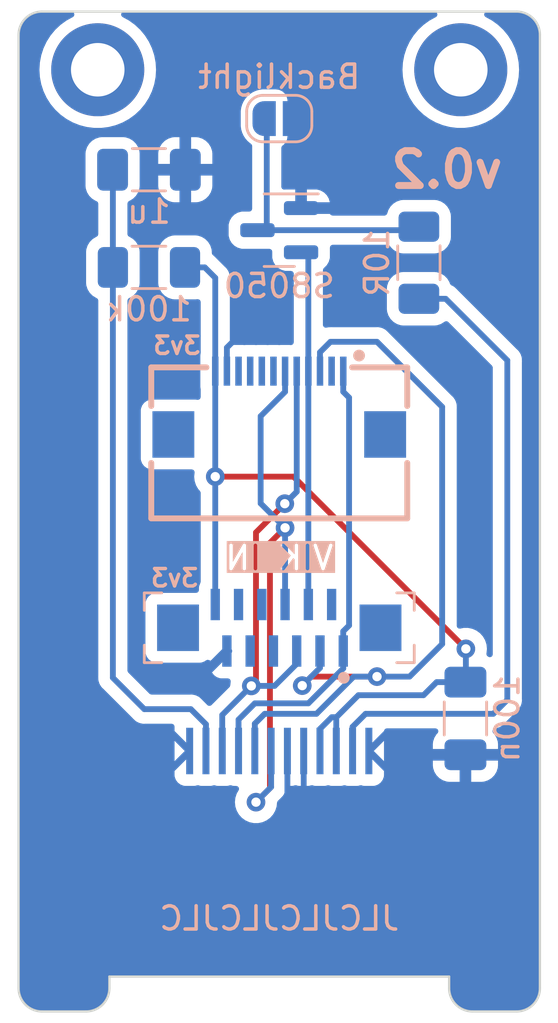
<source format=kicad_pcb>
(kicad_pcb (version 20221018) (generator pcbnew)
  (layers (0 "F.Cu" signal) (31 "B.Cu" signal) (34 "B.Paste" user) (35 "F.Paste" user) (36 "B.SilkS" user "B.Silkscreen") (37 "F.SilkS" user "F.Silkscreen") (38 "B.Mask" user) (39 "F.Mask" user) (44 "Edge.Cuts" user))
  (net 0 "")
  (net 1 "RESET")
  (net 2 "GND")
  (net 3 "+3.3V")
  (net 4 "SCLK")
  (net 6 "LEDK")
  (net 7 "DC")
  (net 8 "CS")
  (net 9 "MOSI")
  (net 10 "Net-(JP1-B)")
  (net 11 "BLK")
  (footprint "zzkeeb:Hole_M2-TH" (layer "F.Cu") (at 107.3 54.7)
    (fp_text reference "H2" hide)
    (fp_text value "MountingHole" hide)
    (pad "" thru_hole circle (at 0 0) (size 4 4) (drill 2.3) (layers "*.Cu" "*.Mask"))
  )
  (footprint "zzkeeb:Hole_M2-TH" (layer "F.Cu") (at 91.7 54.7)
    (fp_text reference "H1" hide)
    (fp_text value "MountingHole" hide)
    (pad "" thru_hole circle (at 0 0) (size 4 4) (drill 2.3) (layers "*.Cu" "*.Mask"))
  )
  (footprint "st7789:fpc-0.7mm-12pin" (layer "B.Cu") (at 99.5 84)
    (fp_text reference "J2" hide)
    (fp_text value "Conn_01x12_Pin" hide)
    (pad "1" smd rect (at 3.85 0) (size 0.3 2) (layers "B.Cu" "B.Paste" "B.Mask") (net 2 "GND"))
    (pad "2" smd rect (at 3.15 0) (size 0.3 2) (layers "B.Cu" "B.Paste" "B.Mask") (net 6 "LEDK"))
    (pad "3" smd rect (at 2.45 0) (size 0.3 2) (layers "B.Cu" "B.Paste" "B.Mask") (net 3 "+3.3V"))
    (pad "4" smd rect (at 1.75 0) (size 0.3 2) (layers "B.Cu" "B.Paste" "B.Mask") (net 3 "+3.3V"))
    (pad "5" smd rect (at 1.05 0) (size 0.3 2) (layers "B.Cu" "B.Paste" "B.Mask") (net 2 "GND"))
    (pad "6" smd rect (at 0.35 0) (size 0.3 2) (layers "B.Cu" "B.Paste" "B.Mask") (net 2 "GND"))
    (pad "7" smd rect (at -0.35 0) (size 0.3 2) (layers "B.Cu" "B.Paste" "B.Mask") (net 7 "DC"))
    (pad "8" smd rect (at -1.05 0) (size 0.3 2) (layers "B.Cu" "B.Paste" "B.Mask") (net 8 "CS"))
    (pad "9" smd rect (at -1.75 0) (size 0.3 2) (layers "B.Cu" "B.Paste" "B.Mask") (net 4 "SCLK"))
    (pad "10" smd rect (at -2.45 0) (size 0.3 2) (layers "B.Cu" "B.Paste" "B.Mask") (net 9 "MOSI"))
    (pad "11" smd rect (at -3.15 0) (size 0.3 2) (layers "B.Cu" "B.Paste" "B.Mask") (net 1 "RESET"))
    (pad "12" smd rect (at -3.85 0) (size 0.3 2) (layers "B.Cu" "B.Paste" "B.Mask") (net 2 "GND"))
  )
  (footprint "Capacitor_SMD:C_1206_3216Metric_Pad1.33x1.80mm_HandSolder" (layer "B.Cu") (at 93.9 59 180)
    (fp_text reference "C1" hide)
    (fp_text value "1u" (at 0 -1.8) (layer "B.SilkS") (effects (justify mirror)))
    (fp_line (start -0.711252 -0.91) (end 0.711252 -0.91) (stroke (width 0.12)) (layer "B.SilkS"))
    (fp_line (start -0.711252 0.91) (end 0.711252 0.91) (stroke (width 0.12)) (layer "B.SilkS"))
    (pad "1" smd roundrect (at -1.5625 0 180) (size 1.325 1.8) (layers "B.Cu" "B.Paste" "B.Mask") (roundrect_rratio 0.1886792453) (net 2 "GND"))
    (pad "2" smd roundrect (at 1.5625 0 180) (size 1.325 1.8) (layers "B.Cu" "B.Paste" "B.Mask") (roundrect_rratio 0.1886792453) (net 1 "RESET"))
  )
  (footprint "Resistor_SMD:R_1206_3216Metric_Pad1.30x1.75mm_HandSolder" (layer "B.Cu") (at 105.5 63 -90)
    (fp_text reference "R1" hide)
    (fp_text value "10R" (at 0 1.8 90) (layer "B.SilkS") (effects (justify mirror)))
    (fp_line (start -0.727064 -0.91) (end 0.727064 -0.91) (stroke (width 0.12)) (layer "B.SilkS"))
    (fp_line (start -0.727064 0.91) (end 0.727064 0.91) (stroke (width 0.12)) (layer "B.SilkS"))
    (pad "1" smd roundrect (at -1.55 0 270) (size 1.3 1.75) (layers "B.Cu" "B.Paste" "B.Mask") (roundrect_rratio 0.1923076923) (net 10 "Net-(JP1-B)"))
    (pad "2" smd roundrect (at 1.55 0 270) (size 1.3 1.75) (layers "B.Cu" "B.Paste" "B.Mask") (roundrect_rratio 0.1923076923) (net 6 "LEDK"))
  )
  (footprint "vik:vik-module-connector-horizontal" (layer "B.Cu") (at 99.5 69.7 180)
    (fp_text reference "J1" hide)
    (fp_text value "vik-module-connector" hide)
    (fp_text user "3v3" (at 3.3 2.7 unlocked) (layer "B.SilkS") (effects (font (size 0.75 0.75)) (justify left bottom mirror)))
    (fp_line (start -5.5 -4.295) (end -5.5 -1.912) (stroke (width 0.254)) (layer "B.SilkS"))
    (fp_line (start -5.5 0.539) (end -5.5 2.2) (stroke (width 0.254)) (layer "B.SilkS"))
    (fp_line (start -5.5 2.2) (end -3.131 2.2) (stroke (width 0.254)) (layer "B.SilkS"))
    (fp_line (start 5.5 -4.295) (end -5.5 -4.295) (stroke (width 0.254)) (layer "B.SilkS"))
    (fp_line (start 5.5 -4.295) (end 5.5 -1.912) (stroke (width 0.254)) (layer "B.SilkS"))
    (fp_line (start 5.5 0.539) (end 5.5 2.2) (stroke (width 0.254)) (layer "B.SilkS"))
    (fp_line (start 5.5 2.2) (end 3.131 2.2) (stroke (width 0.254)) (layer "B.SilkS"))
    (fp_circle (center -3.429 2.708) (end -3.302 2.708) (stroke (width 0.254)) (fill none) (layer "B.SilkS"))
    (pad "1" smd rect (at -2.75 2.038 180) (size 0.28 1.25) (layers "B.Cu" "B.Paste" "B.Mask") (net 4 "SCLK"))
    (pad "2" smd rect (at -2.25 2.038 180) (size 0.28 1.25) (layers "B.Cu" "B.Paste" "B.Mask"))
    (pad "3" smd rect (at -1.75 2.038 180) (size 0.28 1.25) (layers "B.Cu" "B.Paste" "B.Mask") (net 8 "CS"))
    (pad "4" smd rect (at -1.25 2.038 180) (size 0.28 1.25) (layers "B.Cu" "B.Paste" "B.Mask") (net 11 "BLK"))
    (pad "5" smd rect (at -0.75 2.038 180) (size 0.28 1.25) (layers "B.Cu" "B.Paste" "B.Mask") (net 9 "MOSI"))
    (pad "6" smd rect (at -0.25 2.038 180) (size 0.28 1.25) (layers "B.Cu" "B.Paste" "B.Mask") (net 7 "DC"))
    (pad "7" smd rect (at 0.25 2.038 180) (size 0.28 1.25) (layers "B.Cu" "B.Paste" "B.Mask"))
    (pad "8" smd rect (at 0.75 2.038 180) (size 0.28 1.25) (layers "B.Cu" "B.Paste" "B.Mask"))
    (pad "9" smd rect (at 1.25 2.038 180) (size 0.28 1.25) (layers "B.Cu" "B.Paste" "B.Mask"))
    (pad "10" smd rect (at 1.75 2.038 180) (size 0.28 1.25) (layers "B.Cu" "B.Paste" "B.Mask"))
    (pad "11" smd rect (at 2.25 2.038 180) (size 0.28 1.25) (layers "B.Cu" "B.Paste" "B.Mask") (net 2 "GND"))
    (pad "12" smd rect (at 2.75 2.038 180) (size 0.28 1.25) (layers "B.Cu" "B.Paste" "B.Mask") (net 3 "+3.3V"))
    (pad "13" smd rect (at 4.55 -0.686 180) (size 1.8 2) (layers "B.Cu" "B.Paste" "B.Mask"))
    (pad "14" smd rect (at -4.55 -0.686 180) (size 1.8 2) (layers "B.Cu" "B.Paste" "B.Mask"))
  )
  (footprint "Capacitor_SMD:C_1206_3216Metric_Pad1.33x1.80mm_HandSolder" (layer "B.Cu") (at 107.5 82.6 90)
    (fp_text reference "C2")
    (fp_text value "100n" (at 0 1.8 90) (layer "B.SilkS") (effects (justify mirror)))
    (fp_line (start -0.711252 -0.91) (end 0.711252 -0.91) (stroke (width 0.12)) (layer "B.SilkS"))
    (fp_line (start -0.711252 0.91) (end 0.711252 0.91) (stroke (width 0.12)) (layer "B.SilkS"))
    (pad "1" smd roundrect (at -1.5625 0 90) (size 1.325 1.8) (layers "B.Cu" "B.Paste" "B.Mask") (roundrect_rratio 0.1886792453) (net 2 "GND"))
    (pad "2" smd roundrect (at 1.5625 0 90) (size 1.325 1.8) (layers "B.Cu" "B.Paste" "B.Mask") (roundrect_rratio 0.1886792453) (net 3 "+3.3V"))
  )
  (footprint "vik:vik-module-connector-vertical" (layer "B.Cu") (at 99.5 78.7 180)
    (fp_text reference "J3" hide)
    (fp_text value "vik-module-connector" hide)
    (fp_text user "3v3" (at 3.4 1.7 unlocked) (layer "B.SilkS") (effects (font (size 0.75 0.75)) (justify left bottom mirror)))
    (fp_text user "VIK IN" (at 0 3 unlocked) (layer "B.SilkS" knockout) (effects (justify mirror)))
    (fp_line (start -5.8 -1.5) (end -5.8 -0.75) (stroke (width 0.12)) (layer "B.SilkS"))
    (fp_line (start -5.8 -1.5) (end -5.05 -1.5) (stroke (width 0.12)) (layer "B.SilkS"))
    (fp_line (start -5.8 1.5) (end -5.8 0.75) (stroke (width 0.12)) (layer "B.SilkS"))
    (fp_line (start -5.8 1.5) (end -5.05 1.5) (stroke (width 0.12)) (layer "B.SilkS"))
    (fp_line (start 5.8 -1.5) (end 5.05 -1.5) (stroke (width 0.12)) (layer "B.SilkS"))
    (fp_line (start 5.8 -1.5) (end 5.8 -0.75) (stroke (width 0.12)) (layer "B.SilkS"))
    (fp_line (start 5.8 1.5) (end 5.05 1.5) (stroke (width 0.12)) (layer "B.SilkS"))
    (fp_line (start 5.8 1.5) (end 5.8 0.75) (stroke (width 0.12)) (layer "B.SilkS"))
    (fp_circle (center -2.773 -2.15) (end -2.646 -2.15) (stroke (width 0.254)) (fill none) (layer "B.SilkS"))
    (pad "" smd rect (at -4.35 0 180) (size 1.8 2) (layers "B.Cu" "B.Paste" "B.Mask"))
    (pad "" smd rect (at 4.35 0 180) (size 1.8 2) (layers "B.Cu" "B.Paste" "B.Mask"))
    (pad "1" smd rect (at -2.75 -1 180) (size 0.4 1.35) (layers "B.Cu" "B.Paste" "B.Mask") (net 4 "SCLK"))
    (pad "2" smd rect (at -2.25 1 180) (size 0.4 1.35) (layers "B.Cu" "B.Paste" "B.Mask"))
    (pad "3" smd rect (at -1.75 -1 180) (size 0.4 1.35) (layers "B.Cu" "B.Paste" "B.Mask") (net 8 "CS"))
    (pad "4" smd rect (at -1.25 1 180) (size 0.4 1.35) (layers "B.Cu" "B.Paste" "B.Mask") (net 11 "BLK"))
    (pad "5" smd rect (at -0.75 -1 180) (size 0.4 1.35) (layers "B.Cu" "B.Paste" "B.Mask") (net 9 "MOSI"))
    (pad "6" smd rect (at -0.25 1 180) (size 0.4 1.35) (layers "B.Cu" "B.Paste" "B.Mask") (net 7 "DC"))
    (pad "7" smd rect (at 0.25 -1 180) (size 0.4 1.35) (layers "B.Cu" "B.Paste" "B.Mask"))
    (pad "8" smd rect (at 0.75 1 180) (size 0.4 1.35) (layers "B.Cu" "B.Paste" "B.Mask"))
    (pad "9" smd rect (at 1.25 -1 180) (size 0.4 1.35) (layers "B.Cu" "B.Paste" "B.Mask"))
    (pad "10" smd rect (at 1.75 1 180) (size 0.4 1.35) (layers "B.Cu" "B.Paste" "B.Mask"))
    (pad "11" smd rect (at 2.25 -1 180) (size 0.4 1.35) (layers "B.Cu" "B.Paste" "B.Mask") (net 2 "GND"))
    (pad "12" smd rect (at 2.75 1 180) (size 0.4 1.35) (layers "B.Cu" "B.Paste" "B.Mask") (net 3 "+3.3V"))
  )
  (footprint "Jumper:SolderJumper-2_P1.3mm_Open_RoundedPad1.0x1.5mm" (layer "B.Cu") (at 99.5 56.8 180)
    (fp_text reference "JP1" hide)
    (fp_text value "Backlight" (at 0 1.8) (layer "B.SilkS") (effects (justify mirror)))
    (fp_line (start -1.4 -0.3) (end -1.4 0.3) (stroke (width 0.12)) (layer "B.SilkS"))
    (fp_line (start -0.7 1) (end 0.7 1) (stroke (width 0.12)) (layer "B.SilkS"))
    (fp_line (start 0.7 -1) (end -0.7 -1) (stroke (width 0.12)) (layer "B.SilkS"))
    (fp_line (start 1.4 0.3) (end 1.4 -0.3) (stroke (width 0.12)) (layer "B.SilkS"))
    (fp_arc (start -1.4 -0.3) (mid -1.194975 -0.794975) (end -0.7 -1) (stroke (width 0.12)) (layer "B.SilkS"))
    (fp_arc (start -0.7 1) (mid -1.194975 0.794975) (end -1.4 0.3) (stroke (width 0.12)) (layer "B.SilkS"))
    (fp_arc (start 0.7 -1) (mid 1.194975 -0.794975) (end 1.4 -0.3) (stroke (width 0.12)) (layer "B.SilkS"))
    (fp_arc (start 1.4 0.3) (mid 1.194975 0.794975) (end 0.7 1) (stroke (width 0.12)) (layer "B.SilkS"))
    (pad "1" smd custom (at -0.65 0 180) (size 1 0.5) (layers "B.Cu" "B.Mask") (net 2 "GND") (options (clearance outline) (anchor rect)) (primitives (gr_circle (center 0 -0.25) (end 0.5 -0.25) (width 0) (fill yes)) (gr_circle (center 0 0.25) (end 0.5 0.25) (width 0) (fill yes)) (gr_poly (pts (xy 0.5 -0.75) (xy 0 -0.75) (xy 0 0.75) (xy 0.5 0.75)) (width 0) (fill yes))))
    (pad "2" smd custom (at 0.65 0 180) (size 1 0.5) (layers "B.Cu" "B.Mask") (net 10 "Net-(JP1-B)") (options (clearance outline) (anchor rect)) (primitives (gr_circle (center 0 -0.25) (end 0.5 -0.25) (width 0) (fill yes)) (gr_circle (center 0 0.25) (end 0.5 0.25) (width 0) (fill yes)) (gr_poly (pts (xy 0 -0.75) (xy -0.5 -0.75) (xy -0.5 0.75) (xy 0 0.75)) (width 0) (fill yes))))
  )
  (footprint "Package_TO_SOT_SMD:SOT-23" (layer "B.Cu") (at 99.5 61.6 180)
    (fp_text reference "Q1" hide)
    (fp_text value "S8050" (at 0 -2.4) (layer "B.SilkS") (effects (justify mirror)))
    (fp_line (start 0 -1.56) (end -0.65 -1.56) (stroke (width 0.12)) (layer "B.SilkS"))
    (fp_line (start 0 -1.56) (end 0.65 -1.56) (stroke (width 0.12)) (layer "B.SilkS"))
    (fp_line (start 0 1.56) (end -1.675 1.56) (stroke (width 0.12)) (layer "B.SilkS"))
    (fp_line (start 0 1.56) (end 0.65 1.56) (stroke (width 0.12)) (layer "B.SilkS"))
    (pad "1" smd roundrect (at -0.9375 0.95 180) (size 1.475 0.6) (layers "B.Cu" "B.Paste" "B.Mask") (net 2 "GND"))
    (pad "2" smd roundrect (at -0.9375 -0.95 180) (size 1.475 0.6) (layers "B.Cu" "B.Paste" "B.Mask") (net 11 "BLK"))
    (pad "3" smd roundrect (at 0.9375 0 180) (size 1.475 0.6) (layers "B.Cu" "B.Paste" "B.Mask") (net 10 "Net-(JP1-B)"))
  )
  (footprint "Resistor_SMD:R_1206_3216Metric_Pad1.30x1.75mm_HandSolder" (layer "B.Cu") (at 93.9 63.2)
    (fp_text reference "R4")
    (fp_text value "100k" (at 0 1.8) (layer "B.SilkS") (effects (justify mirror)))
    (fp_line (start -0.727064 -0.91) (end 0.727064 -0.91) (stroke (width 0.12)) (layer "B.SilkS"))
    (fp_line (start -0.727064 0.91) (end 0.727064 0.91) (stroke (width 0.12)) (layer "B.SilkS"))
    (pad "1" smd roundrect (at -1.55 0) (size 1.3 1.75) (layers "B.Cu" "B.Paste" "B.Mask") (roundrect_rratio 0.1923076923) (net 1 "RESET"))
    (pad "2" smd roundrect (at 1.55 0) (size 1.3 1.75) (layers "B.Cu" "B.Paste" "B.Mask") (roundrect_rratio 0.1923076923) (net 3 "+3.3V"))
  )
  (gr_line (start 89.3 95.2) (end 91.2 95.2) (stroke (width 0.1)) (layer "Edge.Cuts"))
  (gr_line (start 89.3 52.2) (end 109.7 52.2) (stroke (width 0.1)) (layer "Edge.Cuts"))
  (gr_line (start 106.8 94.2) (end 106.8 93.7) (stroke (width 0.1)) (layer "Edge.Cuts"))
  (gr_line (start 110.7 53.2) (end 110.7 94.2) (stroke (width 0.1)) (layer "Edge.Cuts"))
  (gr_arc (start 92.2 94.2) (mid 91.907107 94.907107) (end 91.2 95.2) (stroke (width 0.1)) (layer "Edge.Cuts"))
  (gr_arc (start 109.7 52.2) (mid 110.407107 52.492893) (end 110.7 53.2) (stroke (width 0.1)) (layer "Edge.Cuts"))
  (gr_arc (start 107.8 95.2) (mid 107.092893 94.907107) (end 106.8 94.2) (stroke (width 0.1)) (layer "Edge.Cuts"))
  (gr_line (start 106.8 93.7) (end 92.2 93.7) (stroke (width 0.1)) (layer "Edge.Cuts"))
  (gr_arc (start 110.7 94.2) (mid 110.407107 94.907107) (end 109.7 95.2) (stroke (width 0.1)) (layer "Edge.Cuts"))
  (gr_arc (start 89.3 95.2) (mid 88.592893 94.907107) (end 88.3 94.2) (stroke (width 0.1)) (layer "Edge.Cuts"))
  (gr_line (start 92.2 93.7) (end 92.2 94.2) (stroke (width 0.1)) (layer "Edge.Cuts"))
  (gr_line (start 107.8 95.2) (end 109.7 95.2) (stroke (width 0.1)) (layer "Edge.Cuts"))
  (gr_line (start 88.3 94.2) (end 88.3 53.2) (stroke (width 0.1)) (layer "Edge.Cuts"))
  (gr_arc (start 88.3 53.2) (mid 88.592893 52.492893) (end 89.3 52.2) (stroke (width 0.1)) (layer "Edge.Cuts"))
  (gr_text "JLCJLCJLCJLC" (at 99.5 91.2) (layer "B.SilkS") (effects (font (size 1 1) (thickness 0.15) bold) (justify mirror)))
  (gr_text "v0.2" (at 106.7 59) (layer "B.SilkS") (effects (font (size 1.5 1.5) (thickness 0.3) bold) (justify mirror)))
  (segment (start 96.35 82.85) (end 96.35 84) (width 0.25) (layer "B.Cu") (net 1))
  (segment (start 92.3375 59) (end 92.35 59.0125) (width 0.25) (layer "B.Cu") (net 1))
  (segment (start 92.35 59.0125) (end 92.35 63.2) (width 0.25) (layer "B.Cu") (net 1))
  (segment (start 92.35 63.2) (end 92.35 80.85) (width 0.25) (layer "B.Cu") (net 1))
  (segment (start 93.7 82.2) (end 95.7 82.2) (width 0.25) (layer "B.Cu") (net 1))
  (segment (start 92.35 80.85) (end 93.7 82.2) (width 0.25) (layer "B.Cu") (net 1))
  (segment (start 95.7 82.2) (end 96.35 82.85) (width 0.25) (layer "B.Cu") (net 1))
  (segment (start 100.55 84) (end 100.55 86.2) (width 0.25) (layer "B.Cu") (net 2))
  (segment (start 97.25 66.65) (end 97.7 66.2) (width 0.25) (layer "B.Cu") (net 2))
  (segment (start 97.25 67.662) (end 97.25 66.65) (width 0.25) (layer "B.Cu") (net 2))
  (segment (start 99.85 84) (end 99.85 86.2) (width 0.25) (layer "B.Cu") (net 2))
  (segment (start 100.112299 72.2) (end 96.75 72.2) (width 0.25) (layer "F.Cu") (net 3))
  (segment (start 107.518449 79.60615) (end 100.112299 72.2) (width 0.25) (layer "F.Cu") (net 3))
  (via (at 96.75 72.2) (size 0.8) (drill 0.4) (layers "F.Cu" "B.Cu") (net 3))
  (via (at 107.518449 79.60615) (size 0.8) (drill 0.4) (layers "F.Cu" "B.Cu") (net 3))
  (segment (start 101.25 84) (end 101.25 83.05) (width 0.25) (layer "B.Cu") (net 3))
  (segment (start 106.2625 81.0375) (end 107.5 81.0375) (width 0.25) (layer "B.Cu") (net 3))
  (segment (start 96.75 63.65) (end 96.3 63.2) (width 0.25) (layer "B.Cu") (net 3))
  (segment (start 107.518449 79.60615) (end 107.518449 81.219051) (width 0.25) (layer "B.Cu") (net 3))
  (segment (start 96.3 63.2) (end 95.45 63.2) (width 0.25) (layer "B.Cu") (net 3))
  (segment (start 101.95 82.595948) (end 101.95 84) (width 0.25) (layer "B.Cu") (net 3))
  (segment (start 101.754052 82.545948) (end 101.954052 82.545948) (width 0.25) (layer "B.Cu") (net 3))
  (segment (start 96.75 67.662) (end 96.75 63.65) (width 0.25) (layer "B.Cu") (net 3))
  (segment (start 105.7 81.6) (end 106.2625 81.0375) (width 0.25) (layer "B.Cu") (net 3))
  (segment (start 96.75 77.7) (end 96.75 72.2) (width 0.25) (layer "B.Cu") (net 3))
  (segment (start 96.75 72.2) (end 96.75 67.662) (width 0.25) (layer "B.Cu") (net 3))
  (segment (start 102.9 81.6) (end 105.7 81.6) (width 0.25) (layer "B.Cu") (net 3))
  (segment (start 101.954052 82.545948) (end 102.9 81.6) (width 0.25) (layer "B.Cu") (net 3))
  (segment (start 101.25 83.05) (end 101.754052 82.545948) (width 0.25) (layer "B.Cu") (net 3))
  (segment (start 102.25 68.55) (end 102.5 68.8) (width 0.25) (layer "B.Cu") (net 4))
  (segment (start 102.25 80.45) (end 100.75 81.95) (width 0.25) (layer "B.Cu") (net 4))
  (segment (start 102.25 79.7) (end 102.25 80.45) (width 0.25) (layer "B.Cu") (net 4))
  (segment (start 102.25 67.662) (end 102.25 68.55) (width 0.25) (layer "B.Cu") (net 4))
  (segment (start 97.75 82.65) (end 97.75 84) (width 0.25) (layer "B.Cu") (net 4))
  (segment (start 102.25 78.85) (end 102.25 79.7) (width 0.25) (layer "B.Cu") (net 4))
  (segment (start 102.5 68.8) (end 102.5 78.6) (width 0.25) (layer "B.Cu") (net 4))
  (segment (start 102.5 78.6) (end 102.25 78.85) (width 0.25) (layer "B.Cu") (net 4))
  (segment (start 100.75 81.95) (end 98.45 81.95) (width 0.25) (layer "B.Cu") (net 4))
  (segment (start 98.45 81.95) (end 97.75 82.65) (width 0.25) (layer "B.Cu") (net 4))
  (segment (start 108.7 82.4) (end 103.210095 82.4) (width 0.25) (layer "B.Cu") (net 6))
  (segment (start 103.210095 82.4) (end 102.65 82.960095) (width 0.25) (layer "B.Cu") (net 6))
  (segment (start 109.3 81.8) (end 108.7 82.4) (width 0.25) (layer "B.Cu") (net 6))
  (segment (start 106.65 64.55) (end 109.3 67.2) (width 0.25) (layer "B.Cu") (net 6))
  (segment (start 105.5 64.55) (end 106.65 64.55) (width 0.25) (layer "B.Cu") (net 6))
  (segment (start 102.65 82.960095) (end 102.65 84) (width 0.25) (layer "B.Cu") (net 6))
  (segment (start 109.3 67.2) (end 109.3 81.8) (width 0.25) (layer "B.Cu") (net 6))
  (segment (start 99.75 74.4) (end 99.1 75.05) (width 0.25) (layer "F.Cu") (net 7))
  (segment (start 99.1 85.6) (end 98.5 86.2) (width 0.25) (layer "F.Cu") (net 7))
  (segment (start 99.1 75.05) (end 99.1 85.6) (width 0.25) (layer "F.Cu") (net 7))
  (via (at 98.5 86.2) (size 0.8) (drill 0.4) (layers "F.Cu" "B.Cu") (net 7))
  (via (at 99.75 74.4) (size 0.8) (drill 0.4) (layers "F.Cu" "B.Cu") (net 7))
  (segment (start 98.5 86.2) (end 99.15 85.55) (width 0.25) (layer "B.Cu") (net 7))
  (segment (start 99.15 85.55) (end 99.15 84) (width 0.25) (layer "B.Cu") (net 7))
  (segment (start 98.7 69.6) (end 99.75 68.55) (width 0.25) (layer "B.Cu") (net 7))
  (segment (start 98.7 73.35) (end 98.7 69.6) (width 0.25) (layer "B.Cu") (net 7))
  (segment (start 99.75 77.7) (end 99.75 74.4) (width 0.25) (layer "B.Cu") (net 7))
  (segment (start 99.75 74.4) (end 98.7 73.35) (width 0.25) (layer "B.Cu") (net 7))
  (segment (start 99.75 68.55) (end 99.75 67.662) (width 0.25) (layer "B.Cu") (net 7))
  (segment (start 100.875402 80.8) (end 103.7 80.8) (width 0.25) (layer "F.Cu") (net 8))
  (segment (start 100.487701 81.187701) (end 100.875402 80.8) (width 0.25) (layer "F.Cu") (net 8))
  (via (at 103.7 80.8) (size 0.8) (drill 0.4) (layers "F.Cu" "B.Cu") (net 8))
  (via (at 100.487701 81.187701) (size 0.8) (drill 0.4) (layers "F.Cu" "B.Cu") (net 8))
  (segment (start 98.875 82.4) (end 98.45 82.825) (width 0.25) (layer "B.Cu") (net 8))
  (segment (start 103.7 66.4) (end 101.7 66.4) (width 0.25) (layer "B.Cu") (net 8))
  (segment (start 102.7 80.8) (end 101.1 82.4) (width 0.25) (layer "B.Cu") (net 8))
  (segment (start 101.7 66.4) (end 101.25 66.85) (width 0.25) (layer "B.Cu") (net 8))
  (segment (start 101.25 66.85) (end 101.25 67.662) (width 0.25) (layer "B.Cu") (net 8))
  (segment (start 100.487701 81.187701) (end 101.25 80.425402) (width 0.25) (layer "B.Cu") (net 8))
  (segment (start 101.25 80.425402) (end 101.25 79.7) (width 0.25) (layer "B.Cu") (net 8))
  (segment (start 106.5 69.2) (end 103.7 66.4) (width 0.25) (layer "B.Cu") (net 8))
  (segment (start 98.45 82.825) (end 98.45 84) (width 0.25) (layer "B.Cu") (net 8))
  (segment (start 105.1 80.8) (end 106.5 79.4) (width 0.25) (layer "B.Cu") (net 8))
  (segment (start 106.5 79.4) (end 106.5 69.2) (width 0.25) (layer "B.Cu") (net 8))
  (segment (start 101.1 82.4) (end 98.875 82.4) (width 0.25) (layer "B.Cu") (net 8))
  (segment (start 103.7 80.8) (end 102.7 80.8) (width 0.25) (layer "B.Cu") (net 8))
  (segment (start 103.7 80.8) (end 105.1 80.8) (width 0.25) (layer "B.Cu") (net 8))
  (segment (start 98.3 81.2) (end 98.5 81) (width 0.25) (layer "F.Cu") (net 9))
  (segment (start 98.5 81) (end 98.5 74.6) (width 0.25) (layer "F.Cu") (net 9))
  (segment (start 98.5 74.6) (end 99.737299 73.362701) (width 0.25) (layer "F.Cu") (net 9))
  (via (at 99.737299 73.362701) (size 0.8) (drill 0.4) (layers "F.Cu" "B.Cu") (net 9))
  (via (at 98.3 81.2) (size 0.8) (drill 0.4) (layers "F.Cu" "B.Cu") (net 9))
  (segment (start 99.737299 73.362701) (end 100.25 72.85) (width 0.25) (layer "B.Cu") (net 9))
  (segment (start 100.25 80.25) (end 100.25 79.7) (width 0.25) (layer "B.Cu") (net 9))
  (segment (start 100.25 72.85) (end 100.25 67.662) (width 0.25) (layer "B.Cu") (net 9))
  (segment (start 98.3 81.2) (end 99.3 81.2) (width 0.25) (layer "B.Cu") (net 9))
  (segment (start 99.3 81.2) (end 100.25 80.25) (width 0.25) (layer "B.Cu") (net 9))
  (segment (start 98.3 81.2) (end 97.05 82.45) (width 0.25) (layer "B.Cu") (net 9))
  (segment (start 97.05 82.45) (end 97.05 84) (width 0.25) (layer "B.Cu") (net 9))
  (segment (start 98.9625 61.6) (end 98.9625 56.9125) (width 0.25) (layer "B.Cu") (net 10))
  (segment (start 98.5625 61.6) (end 105.35 61.6) (width 0.25) (layer "B.Cu") (net 10))
  (segment (start 105.35 61.6) (end 105.5 61.45) (width 0.25) (layer "B.Cu") (net 10))
  (segment (start 100.75 62.6375) (end 100.75 67.662) (width 0.25) (layer "B.Cu") (net 11))
  (segment (start 100.8375 62.55) (end 100.75 62.6375) (width 0.25) (layer "B.Cu") (net 11))
  (segment (start 100.75 77.7) (end 100.75 67.662) (width 0.25) (layer "B.Cu") (net 11))
  (zone (net 2) (net_name "GND") (layer "B.Cu") (connect_pads (clearance 0.5)) (min_thickness 0.25) (fill yes (thermal_gap 0.5) (thermal_bridge_width 0.5))
    (polygon (pts (xy 111.5 51.7) (xy 87.5 51.7) (xy 87.5 95.7) (xy 111.5 95.7)))
  )
)
</source>
